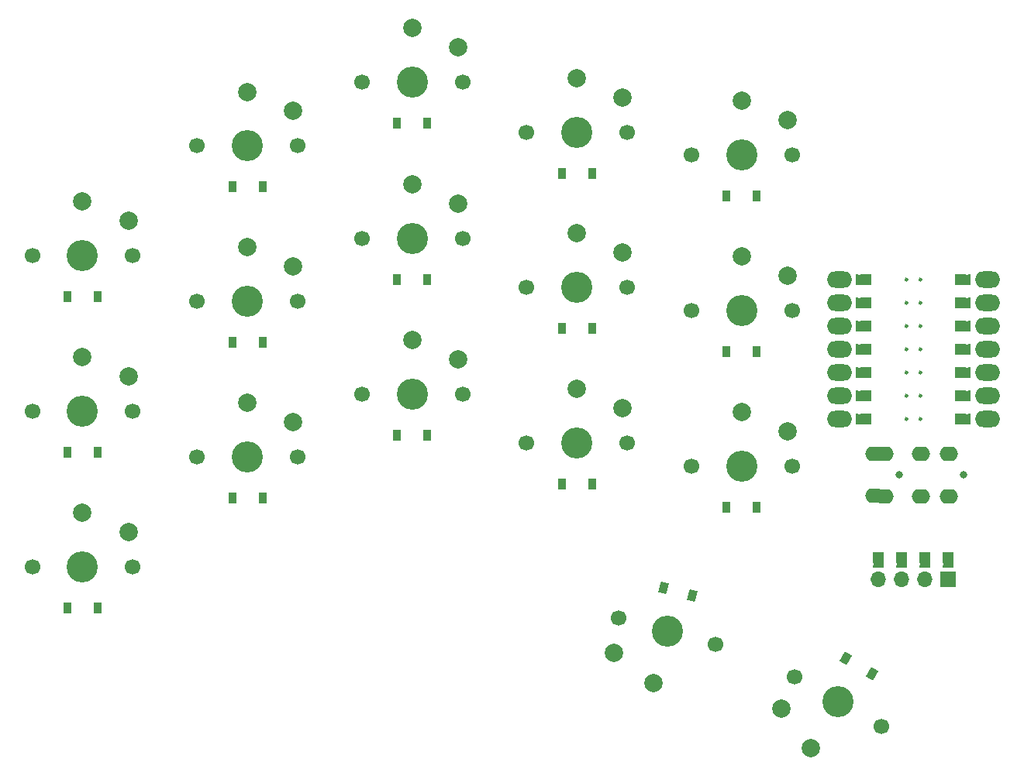
<source format=gbs>
G04 #@! TF.GenerationSoftware,KiCad,Pcbnew,(6.0.5)*
G04 #@! TF.CreationDate,2022-07-31T11:40:16+07:00*
G04 #@! TF.ProjectId,TrongDong34,54726f6e-6744-46f6-9e67-33342e6b6963,rev?*
G04 #@! TF.SameCoordinates,Original*
G04 #@! TF.FileFunction,Soldermask,Bot*
G04 #@! TF.FilePolarity,Negative*
%FSLAX46Y46*%
G04 Gerber Fmt 4.6, Leading zero omitted, Abs format (unit mm)*
G04 Created by KiCad (PCBNEW (6.0.5)) date 2022-07-31 11:40:16*
%MOMM*%
%LPD*%
G01*
G04 APERTURE LIST*
G04 Aperture macros list*
%AMRotRect*
0 Rectangle, with rotation*
0 The origin of the aperture is its center*
0 $1 length*
0 $2 width*
0 $3 Rotation angle, in degrees counterclockwise*
0 Add horizontal line*
21,1,$1,$2,0,0,$3*%
%AMFreePoly0*
4,1,6,0.600000,0.200000,0.000000,-0.400000,-0.600000,0.200000,-0.600000,0.400000,0.600000,0.400000,0.600000,0.200000,0.600000,0.200000,$1*%
%AMFreePoly1*
4,1,6,0.600000,-0.250000,-0.600000,-0.250000,-0.600000,1.000000,0.000000,0.400000,0.600000,1.000000,0.600000,-0.250000,0.600000,-0.250000,$1*%
G04 Aperture macros list end*
%ADD10C,0.100000*%
%ADD11C,0.250000*%
%ADD12C,1.700000*%
%ADD13C,3.400000*%
%ADD14C,2.000000*%
%ADD15R,0.900000X1.200000*%
%ADD16RotRect,0.900000X1.200000X150.000000*%
%ADD17FreePoly0,180.000000*%
%ADD18FreePoly1,180.000000*%
%ADD19R,1.700000X1.700000*%
%ADD20O,1.700000X1.700000*%
%ADD21FreePoly0,270.000000*%
%ADD22FreePoly0,90.000000*%
%ADD23FreePoly1,270.000000*%
%ADD24O,2.750000X1.800000*%
%ADD25FreePoly1,90.000000*%
%ADD26C,0.800000*%
%ADD27O,2.000000X1.600000*%
%ADD28RotRect,0.900000X1.200000X165.000000*%
G04 APERTURE END LIST*
G36*
X117060000Y-75550000D02*
G01*
X116044000Y-75550000D01*
X116044000Y-74534000D01*
X117060000Y-74534000D01*
X117060000Y-75550000D01*
G37*
D10*
X117060000Y-75550000D02*
X116044000Y-75550000D01*
X116044000Y-74534000D01*
X117060000Y-74534000D01*
X117060000Y-75550000D01*
G36*
X119600000Y-75550000D02*
G01*
X118584000Y-75550000D01*
X118584000Y-74534000D01*
X119600000Y-74534000D01*
X119600000Y-75550000D01*
G37*
X119600000Y-75550000D02*
X118584000Y-75550000D01*
X118584000Y-74534000D01*
X119600000Y-74534000D01*
X119600000Y-75550000D01*
G36*
X122140000Y-75550000D02*
G01*
X121124000Y-75550000D01*
X121124000Y-74534000D01*
X122140000Y-74534000D01*
X122140000Y-75550000D01*
G37*
X122140000Y-75550000D02*
X121124000Y-75550000D01*
X121124000Y-74534000D01*
X122140000Y-74534000D01*
X122140000Y-75550000D01*
G36*
X114520000Y-75550000D02*
G01*
X113504000Y-75550000D01*
X113504000Y-74534000D01*
X114520000Y-74534000D01*
X114520000Y-75550000D01*
G37*
X114520000Y-75550000D02*
X113504000Y-75550000D01*
X113504000Y-74534000D01*
X114520000Y-74534000D01*
X114520000Y-75550000D01*
D11*
X118711000Y-49276000D02*
G75*
G03*
X118711000Y-49276000I-125000J0D01*
G01*
X117187000Y-56896000D02*
G75*
G03*
X117187000Y-56896000I-125000J0D01*
G01*
X117187000Y-59436000D02*
G75*
G03*
X117187000Y-59436000I-125000J0D01*
G01*
X118711000Y-54356000D02*
G75*
G03*
X118711000Y-54356000I-125000J0D01*
G01*
X117187000Y-44196000D02*
G75*
G03*
X117187000Y-44196000I-125000J0D01*
G01*
X117187000Y-46736000D02*
G75*
G03*
X117187000Y-46736000I-125000J0D01*
G01*
X118711000Y-59436000D02*
G75*
G03*
X118711000Y-59436000I-125000J0D01*
G01*
X117187000Y-51816000D02*
G75*
G03*
X117187000Y-51816000I-125000J0D01*
G01*
X118711000Y-56896000D02*
G75*
G03*
X118711000Y-56896000I-125000J0D01*
G01*
X117187000Y-49276000D02*
G75*
G03*
X117187000Y-49276000I-125000J0D01*
G01*
X118711000Y-44196000D02*
G75*
G03*
X118711000Y-44196000I-125000J0D01*
G01*
X117187000Y-54356000D02*
G75*
G03*
X117187000Y-54356000I-125000J0D01*
G01*
X118711000Y-46736000D02*
G75*
G03*
X118711000Y-46736000I-125000J0D01*
G01*
X118711000Y-51816000D02*
G75*
G03*
X118711000Y-51816000I-125000J0D01*
G01*
G36*
X112744000Y-52324000D02*
G01*
X111728000Y-52324000D01*
X111728000Y-51308000D01*
X112744000Y-51308000D01*
X112744000Y-52324000D01*
G37*
D10*
X112744000Y-52324000D02*
X111728000Y-52324000D01*
X111728000Y-51308000D01*
X112744000Y-51308000D01*
X112744000Y-52324000D01*
G36*
X123920000Y-44704000D02*
G01*
X122904000Y-44704000D01*
X122904000Y-43688000D01*
X123920000Y-43688000D01*
X123920000Y-44704000D01*
G37*
X123920000Y-44704000D02*
X122904000Y-44704000D01*
X122904000Y-43688000D01*
X123920000Y-43688000D01*
X123920000Y-44704000D01*
G36*
X112744000Y-49784000D02*
G01*
X111728000Y-49784000D01*
X111728000Y-48768000D01*
X112744000Y-48768000D01*
X112744000Y-49784000D01*
G37*
X112744000Y-49784000D02*
X111728000Y-49784000D01*
X111728000Y-48768000D01*
X112744000Y-48768000D01*
X112744000Y-49784000D01*
G36*
X123920000Y-47244000D02*
G01*
X122904000Y-47244000D01*
X122904000Y-46228000D01*
X123920000Y-46228000D01*
X123920000Y-47244000D01*
G37*
X123920000Y-47244000D02*
X122904000Y-47244000D01*
X122904000Y-46228000D01*
X123920000Y-46228000D01*
X123920000Y-47244000D01*
G36*
X112744000Y-44704000D02*
G01*
X111728000Y-44704000D01*
X111728000Y-43688000D01*
X112744000Y-43688000D01*
X112744000Y-44704000D01*
G37*
X112744000Y-44704000D02*
X111728000Y-44704000D01*
X111728000Y-43688000D01*
X112744000Y-43688000D01*
X112744000Y-44704000D01*
G36*
X112744000Y-54864000D02*
G01*
X111728000Y-54864000D01*
X111728000Y-53848000D01*
X112744000Y-53848000D01*
X112744000Y-54864000D01*
G37*
X112744000Y-54864000D02*
X111728000Y-54864000D01*
X111728000Y-53848000D01*
X112744000Y-53848000D01*
X112744000Y-54864000D01*
G36*
X123920000Y-57404000D02*
G01*
X122904000Y-57404000D01*
X122904000Y-56388000D01*
X123920000Y-56388000D01*
X123920000Y-57404000D01*
G37*
X123920000Y-57404000D02*
X122904000Y-57404000D01*
X122904000Y-56388000D01*
X123920000Y-56388000D01*
X123920000Y-57404000D01*
G36*
X123920000Y-59944000D02*
G01*
X122904000Y-59944000D01*
X122904000Y-58928000D01*
X123920000Y-58928000D01*
X123920000Y-59944000D01*
G37*
X123920000Y-59944000D02*
X122904000Y-59944000D01*
X122904000Y-58928000D01*
X123920000Y-58928000D01*
X123920000Y-59944000D01*
G36*
X112744000Y-59944000D02*
G01*
X111728000Y-59944000D01*
X111728000Y-58928000D01*
X112744000Y-58928000D01*
X112744000Y-59944000D01*
G37*
X112744000Y-59944000D02*
X111728000Y-59944000D01*
X111728000Y-58928000D01*
X112744000Y-58928000D01*
X112744000Y-59944000D01*
G36*
X123920000Y-52324000D02*
G01*
X122904000Y-52324000D01*
X122904000Y-51308000D01*
X123920000Y-51308000D01*
X123920000Y-52324000D01*
G37*
X123920000Y-52324000D02*
X122904000Y-52324000D01*
X122904000Y-51308000D01*
X123920000Y-51308000D01*
X123920000Y-52324000D01*
G36*
X112744000Y-47244000D02*
G01*
X111728000Y-47244000D01*
X111728000Y-46228000D01*
X112744000Y-46228000D01*
X112744000Y-47244000D01*
G37*
X112744000Y-47244000D02*
X111728000Y-47244000D01*
X111728000Y-46228000D01*
X112744000Y-46228000D01*
X112744000Y-47244000D01*
G36*
X123920000Y-49784000D02*
G01*
X122904000Y-49784000D01*
X122904000Y-48768000D01*
X123920000Y-48768000D01*
X123920000Y-49784000D01*
G37*
X123920000Y-49784000D02*
X122904000Y-49784000D01*
X122904000Y-48768000D01*
X123920000Y-48768000D01*
X123920000Y-49784000D01*
G36*
X123920000Y-54864000D02*
G01*
X122904000Y-54864000D01*
X122904000Y-53848000D01*
X123920000Y-53848000D01*
X123920000Y-54864000D01*
G37*
X123920000Y-54864000D02*
X122904000Y-54864000D01*
X122904000Y-53848000D01*
X123920000Y-53848000D01*
X123920000Y-54864000D01*
G36*
X112744000Y-57404000D02*
G01*
X111728000Y-57404000D01*
X111728000Y-56388000D01*
X112744000Y-56388000D01*
X112744000Y-57404000D01*
G37*
X112744000Y-57404000D02*
X111728000Y-57404000D01*
X111728000Y-56388000D01*
X112744000Y-56388000D01*
X112744000Y-57404000D01*
D12*
X104580000Y-30580000D03*
X93580000Y-30580000D03*
D13*
X99080000Y-30580000D03*
D14*
X99080000Y-24680000D03*
D15*
X97430000Y-35080000D03*
D14*
X104080000Y-26780000D03*
D15*
X100730000Y-35080000D03*
D13*
X45080000Y-46554000D03*
D12*
X39580000Y-46554000D03*
X50580000Y-46554000D03*
D14*
X45080000Y-40654000D03*
D15*
X43430000Y-51054000D03*
D14*
X50080000Y-42754000D03*
D15*
X46730000Y-51054000D03*
D12*
X21580000Y-41580000D03*
D13*
X27080000Y-41580000D03*
D12*
X32580000Y-41580000D03*
D14*
X27080000Y-35680000D03*
D15*
X25430000Y-46080000D03*
D14*
X32080000Y-37780000D03*
D15*
X28730000Y-46080000D03*
D12*
X104846860Y-87597114D03*
D13*
X109610000Y-90347114D03*
D12*
X114373140Y-93097114D03*
D14*
X106660000Y-95456664D03*
D16*
X113288942Y-87275000D03*
D14*
X103379873Y-91138011D03*
D16*
X110431058Y-85625000D03*
D12*
X57580000Y-22580000D03*
D13*
X63080000Y-22580000D03*
D12*
X68580000Y-22580000D03*
D14*
X63080000Y-16680000D03*
D15*
X61430000Y-27080000D03*
D14*
X68080000Y-18780000D03*
D15*
X64730000Y-27080000D03*
D17*
X114012000Y-75296000D03*
X116552000Y-75296000D03*
X121632000Y-75296000D03*
X119092000Y-75296000D03*
D18*
X114012000Y-74280000D03*
D19*
X121580000Y-77010000D03*
D18*
X116552000Y-74280000D03*
D20*
X119040000Y-77010000D03*
X116500000Y-77010000D03*
D18*
X119092000Y-74280000D03*
X121632000Y-74280000D03*
D20*
X113960000Y-77010000D03*
D12*
X86580000Y-62048000D03*
X75580000Y-62048000D03*
D13*
X81080000Y-62048000D03*
D14*
X81080000Y-56148000D03*
D15*
X79430000Y-66548000D03*
D14*
X86080000Y-58248000D03*
D15*
X82730000Y-66548000D03*
D21*
X123660000Y-51816000D03*
D22*
X111976000Y-59436000D03*
X111976000Y-56896000D03*
D21*
X123660000Y-44196000D03*
D22*
X111976000Y-54356000D03*
D21*
X123660000Y-59436000D03*
D22*
X111976000Y-44196000D03*
X111976000Y-49276000D03*
D21*
X123660000Y-49276000D03*
X123660000Y-46736000D03*
D22*
X111976000Y-46736000D03*
D21*
X123660000Y-54356000D03*
X123660000Y-56896000D03*
D22*
X111976000Y-51816000D03*
D23*
X122644000Y-44196000D03*
D24*
X109725000Y-44196000D03*
D23*
X122644000Y-46736000D03*
D24*
X109725000Y-46736000D03*
D23*
X122644000Y-49276000D03*
D24*
X109725000Y-49276000D03*
X109725000Y-51816000D03*
D23*
X122644000Y-51816000D03*
D24*
X109725000Y-54356000D03*
D23*
X122644000Y-54356000D03*
D24*
X109725000Y-56896000D03*
D23*
X122644000Y-56896000D03*
D24*
X109725000Y-59436000D03*
D23*
X122644000Y-59436000D03*
D25*
X112992000Y-59436000D03*
D24*
X125915000Y-59436000D03*
D25*
X112992000Y-56896000D03*
D24*
X125915000Y-56896000D03*
D25*
X112992000Y-54356000D03*
D24*
X125915000Y-54356000D03*
D25*
X112992000Y-51816000D03*
D24*
X125915000Y-51816000D03*
D25*
X112992000Y-49276000D03*
D24*
X125915000Y-49276000D03*
D25*
X112992000Y-46736000D03*
D24*
X125915000Y-46736000D03*
X125915000Y-44196000D03*
D25*
X112992000Y-44196000D03*
D12*
X93560000Y-64588000D03*
X104560000Y-64588000D03*
D13*
X99060000Y-64588000D03*
D14*
X99060000Y-58688000D03*
D15*
X97410000Y-69088000D03*
D14*
X104060000Y-60788000D03*
D15*
X100710000Y-69088000D03*
D12*
X32580000Y-75580000D03*
D13*
X27080000Y-75580000D03*
D12*
X21580000Y-75580000D03*
D14*
X27080000Y-69680000D03*
D15*
X25430000Y-80080000D03*
X28730000Y-80080000D03*
D14*
X32080000Y-71780000D03*
D13*
X99060000Y-47570000D03*
D12*
X93560000Y-47570000D03*
X104560000Y-47570000D03*
D14*
X99060000Y-41670000D03*
D15*
X97410000Y-52070000D03*
D14*
X104060000Y-43770000D03*
D15*
X100710000Y-52070000D03*
D26*
X116286000Y-65576000D03*
X123286000Y-65576000D03*
D27*
X118666000Y-63246000D03*
X118686000Y-67876000D03*
X121666000Y-63246000D03*
X121686000Y-67876000D03*
X113566000Y-67846000D03*
X113586000Y-63276000D03*
X114686000Y-67876000D03*
X114666000Y-63246000D03*
D12*
X68580000Y-56714000D03*
X57580000Y-56714000D03*
D13*
X63080000Y-56714000D03*
D14*
X63080000Y-50814000D03*
D15*
X61430000Y-61214000D03*
X64730000Y-61214000D03*
D14*
X68080000Y-52914000D03*
D12*
X32580000Y-58580000D03*
X21580000Y-58580000D03*
D13*
X27080000Y-58580000D03*
D14*
X27080000Y-52680000D03*
D15*
X25430000Y-63080000D03*
X28730000Y-63080000D03*
D14*
X32080000Y-54780000D03*
D13*
X81080000Y-28080000D03*
D12*
X75580000Y-28080000D03*
X86580000Y-28080000D03*
D14*
X81080000Y-22180000D03*
D15*
X79430000Y-32580000D03*
D14*
X86080000Y-24280000D03*
D15*
X82730000Y-32580000D03*
D12*
X85622722Y-81223161D03*
D13*
X90935314Y-82646666D03*
D12*
X96247906Y-84070171D03*
D14*
X89408282Y-88345629D03*
D28*
X93693778Y-78727051D03*
X90506222Y-77872949D03*
D14*
X85122173Y-85023089D03*
D12*
X39580000Y-29580000D03*
D13*
X45080000Y-29580000D03*
D12*
X50580000Y-29580000D03*
D14*
X45080000Y-23680000D03*
D15*
X43430000Y-34080000D03*
D14*
X50080000Y-25780000D03*
D15*
X46730000Y-34080000D03*
D13*
X45080000Y-63572000D03*
D12*
X50580000Y-63572000D03*
X39580000Y-63572000D03*
D14*
X45080000Y-57672000D03*
D15*
X43430000Y-68072000D03*
D14*
X50080000Y-59772000D03*
D15*
X46730000Y-68072000D03*
D13*
X81080000Y-45030000D03*
D12*
X86580000Y-45030000D03*
X75580000Y-45030000D03*
D14*
X81080000Y-39130000D03*
D15*
X79430000Y-49530000D03*
X82730000Y-49530000D03*
D14*
X86080000Y-41230000D03*
D13*
X63080000Y-39696000D03*
D12*
X68580000Y-39696000D03*
X57580000Y-39696000D03*
D14*
X63080000Y-33796000D03*
D15*
X61430000Y-44196000D03*
X64730000Y-44196000D03*
D14*
X68080000Y-35896000D03*
M02*

</source>
